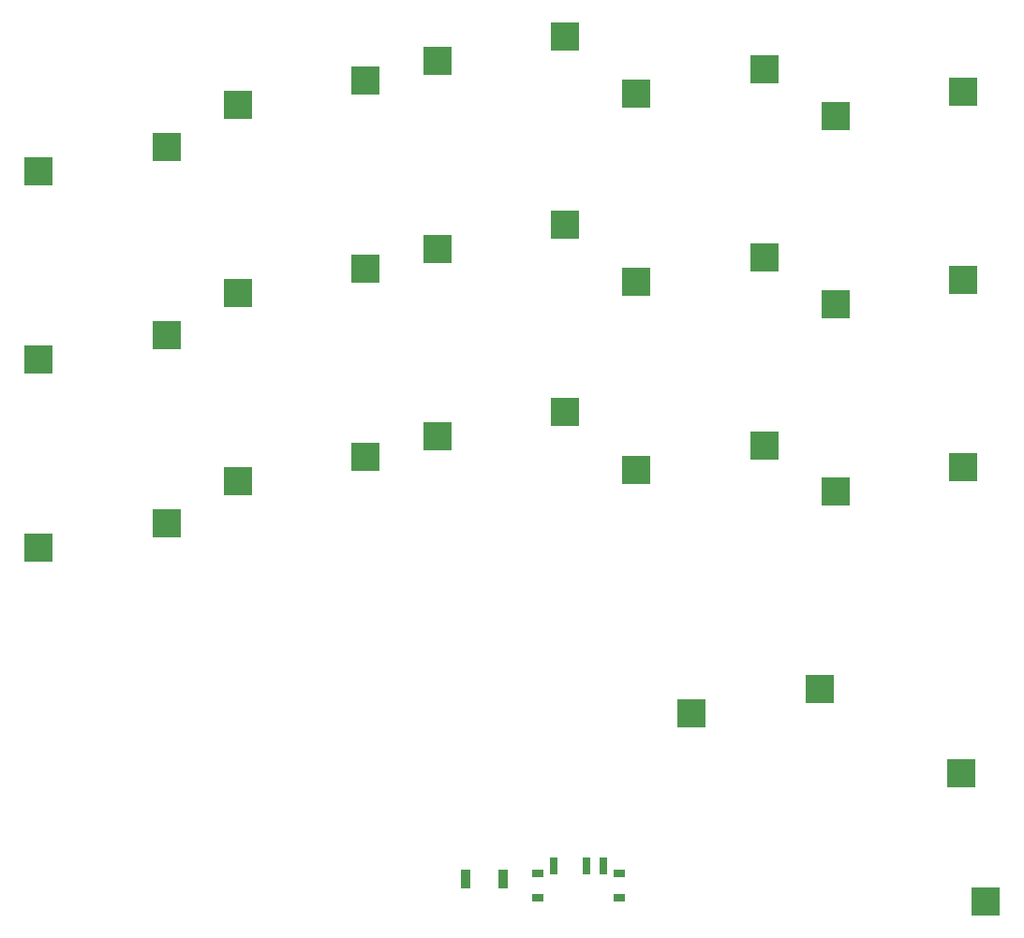
<source format=gbr>
%TF.GenerationSoftware,KiCad,Pcbnew,(6.0.9)*%
%TF.CreationDate,2022-12-19T17:51:50-06:00*%
%TF.ProjectId,gentle34,67656e74-6c65-4333-942e-6b696361645f,v1.0.0*%
%TF.SameCoordinates,Original*%
%TF.FileFunction,Paste,Top*%
%TF.FilePolarity,Positive*%
%FSLAX46Y46*%
G04 Gerber Fmt 4.6, Leading zero omitted, Abs format (unit mm)*
G04 Created by KiCad (PCBNEW (6.0.9)) date 2022-12-19 17:51:50*
%MOMM*%
%LPD*%
G01*
G04 APERTURE LIST*
%ADD10R,2.600000X2.600000*%
%ADD11R,0.700000X1.500000*%
%ADD12R,1.000000X0.800000*%
%ADD13R,0.900000X1.700000*%
G04 APERTURE END LIST*
D10*
%TO.C,S1*%
X21275000Y5950000D03*
X9725000Y3750000D03*
%TD*%
%TO.C,S3*%
X21275000Y22950000D03*
X9725000Y20750000D03*
%TD*%
%TO.C,S5*%
X21275000Y39950000D03*
X9725000Y37750000D03*
%TD*%
%TO.C,S7*%
X39275000Y11950000D03*
X27725000Y9750000D03*
%TD*%
%TO.C,S9*%
X39275000Y28950000D03*
X27725000Y26750000D03*
%TD*%
%TO.C,S11*%
X39275000Y45950000D03*
X27725000Y43750000D03*
%TD*%
%TO.C,S13*%
X57275000Y15950000D03*
X45725000Y13750000D03*
%TD*%
%TO.C,S15*%
X57275000Y32950000D03*
X45725000Y30750000D03*
%TD*%
%TO.C,S17*%
X57275000Y49950000D03*
X45725000Y47750000D03*
%TD*%
%TO.C,S19*%
X75275000Y12950000D03*
X63725000Y10750000D03*
%TD*%
%TO.C,S21*%
X75275000Y29950000D03*
X63725000Y27750000D03*
%TD*%
%TO.C,S23*%
X75275000Y46950000D03*
X63725000Y44750000D03*
%TD*%
%TO.C,S25*%
X93275000Y10950000D03*
X81725000Y8750000D03*
%TD*%
%TO.C,S27*%
X93275000Y27950000D03*
X81725000Y25750000D03*
%TD*%
%TO.C,S29*%
X93275000Y44950000D03*
X81725000Y42750000D03*
%TD*%
%TO.C,S31*%
X80275000Y-9050000D03*
X68725000Y-11250000D03*
%TD*%
%TO.C,S33*%
X93050000Y-16725000D03*
X95250000Y-28275000D03*
%TD*%
D11*
%TO.C,*%
X56250000Y-25070000D03*
X59250000Y-25070000D03*
X60750000Y-25070000D03*
D12*
X54850000Y-27930000D03*
X62150000Y-27930000D03*
X62150000Y-25720000D03*
X54850000Y-25720000D03*
%TD*%
D13*
%TO.C,*%
X51700000Y-26250000D03*
X48300000Y-26250000D03*
%TD*%
M02*

</source>
